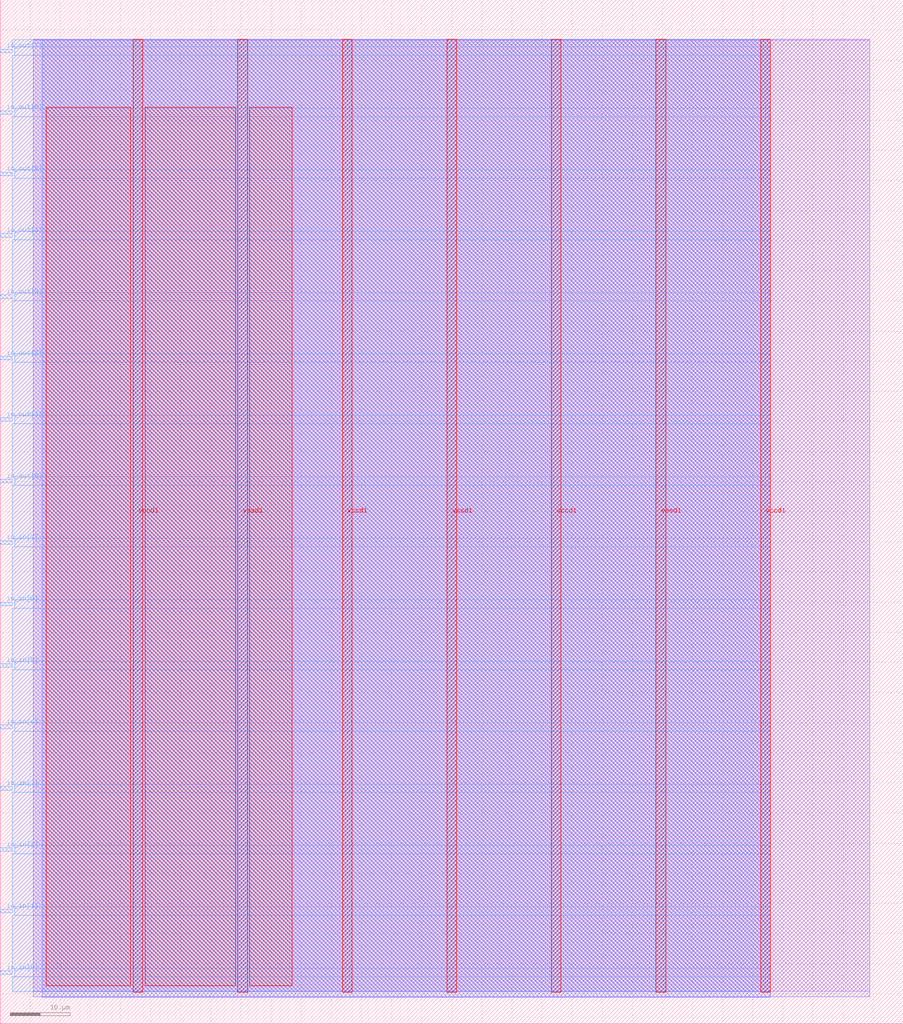
<source format=lef>
VERSION 5.7 ;
  NOWIREEXTENSIONATPIN ON ;
  DIVIDERCHAR "/" ;
  BUSBITCHARS "[]" ;
MACRO tt2_tholin_diceroll
  CLASS BLOCK ;
  FOREIGN tt2_tholin_diceroll ;
  ORIGIN 0.000 0.000 ;
  SIZE 150.000 BY 170.000 ;
  PIN io_in[0]
    DIRECTION INPUT ;
    USE SIGNAL ;
    PORT
      LAYER met3 ;
        RECT 0.000 8.200 2.000 8.800 ;
    END
  END io_in[0]
  PIN io_in[1]
    DIRECTION INPUT ;
    USE SIGNAL ;
    PORT
      LAYER met3 ;
        RECT 0.000 18.400 2.000 19.000 ;
    END
  END io_in[1]
  PIN io_in[2]
    DIRECTION INPUT ;
    USE SIGNAL ;
    PORT
      LAYER met3 ;
        RECT 0.000 28.600 2.000 29.200 ;
    END
  END io_in[2]
  PIN io_in[3]
    DIRECTION INPUT ;
    USE SIGNAL ;
    PORT
      LAYER met3 ;
        RECT 0.000 38.800 2.000 39.400 ;
    END
  END io_in[3]
  PIN io_in[4]
    DIRECTION INPUT ;
    USE SIGNAL ;
    PORT
      LAYER met3 ;
        RECT 0.000 49.000 2.000 49.600 ;
    END
  END io_in[4]
  PIN io_in[5]
    DIRECTION INPUT ;
    USE SIGNAL ;
    PORT
      LAYER met3 ;
        RECT 0.000 59.200 2.000 59.800 ;
    END
  END io_in[5]
  PIN io_in[6]
    DIRECTION INPUT ;
    USE SIGNAL ;
    PORT
      LAYER met3 ;
        RECT 0.000 69.400 2.000 70.000 ;
    END
  END io_in[6]
  PIN io_in[7]
    DIRECTION INPUT ;
    USE SIGNAL ;
    PORT
      LAYER met3 ;
        RECT 0.000 79.600 2.000 80.200 ;
    END
  END io_in[7]
  PIN io_out[0]
    DIRECTION OUTPUT TRISTATE ;
    USE SIGNAL ;
    PORT
      LAYER met3 ;
        RECT 0.000 89.800 2.000 90.400 ;
    END
  END io_out[0]
  PIN io_out[1]
    DIRECTION OUTPUT TRISTATE ;
    USE SIGNAL ;
    PORT
      LAYER met3 ;
        RECT 0.000 100.000 2.000 100.600 ;
    END
  END io_out[1]
  PIN io_out[2]
    DIRECTION OUTPUT TRISTATE ;
    USE SIGNAL ;
    PORT
      LAYER met3 ;
        RECT 0.000 110.200 2.000 110.800 ;
    END
  END io_out[2]
  PIN io_out[3]
    DIRECTION OUTPUT TRISTATE ;
    USE SIGNAL ;
    PORT
      LAYER met3 ;
        RECT 0.000 120.400 2.000 121.000 ;
    END
  END io_out[3]
  PIN io_out[4]
    DIRECTION OUTPUT TRISTATE ;
    USE SIGNAL ;
    PORT
      LAYER met3 ;
        RECT 0.000 130.600 2.000 131.200 ;
    END
  END io_out[4]
  PIN io_out[5]
    DIRECTION OUTPUT TRISTATE ;
    USE SIGNAL ;
    PORT
      LAYER met3 ;
        RECT 0.000 140.800 2.000 141.400 ;
    END
  END io_out[5]
  PIN io_out[6]
    DIRECTION OUTPUT TRISTATE ;
    USE SIGNAL ;
    PORT
      LAYER met3 ;
        RECT 0.000 151.000 2.000 151.600 ;
    END
  END io_out[6]
  PIN io_out[7]
    DIRECTION OUTPUT TRISTATE ;
    USE SIGNAL ;
    PORT
      LAYER met3 ;
        RECT 0.000 161.200 2.000 161.800 ;
    END
  END io_out[7]
  PIN vccd1
    DIRECTION INOUT ;
    USE POWER ;
    PORT
      LAYER met4 ;
        RECT 22.090 5.200 23.690 163.440 ;
    END
    PORT
      LAYER met4 ;
        RECT 56.830 5.200 58.430 163.440 ;
    END
    PORT
      LAYER met4 ;
        RECT 91.570 5.200 93.170 163.440 ;
    END
    PORT
      LAYER met4 ;
        RECT 126.310 5.200 127.910 163.440 ;
    END
  END vccd1
  PIN vssd1
    DIRECTION INOUT ;
    USE GROUND ;
    PORT
      LAYER met4 ;
        RECT 39.460 5.200 41.060 163.440 ;
    END
    PORT
      LAYER met4 ;
        RECT 74.200 5.200 75.800 163.440 ;
    END
    PORT
      LAYER met4 ;
        RECT 108.940 5.200 110.540 163.440 ;
    END
  END vssd1
  OBS
      LAYER li1 ;
        RECT 5.520 5.355 144.440 163.285 ;
      LAYER met1 ;
        RECT 5.520 4.460 144.440 163.440 ;
      LAYER met2 ;
        RECT 6.990 4.430 127.880 163.385 ;
      LAYER met3 ;
        RECT 2.000 162.200 127.900 163.365 ;
        RECT 2.400 160.800 127.900 162.200 ;
        RECT 2.000 152.000 127.900 160.800 ;
        RECT 2.400 150.600 127.900 152.000 ;
        RECT 2.000 141.800 127.900 150.600 ;
        RECT 2.400 140.400 127.900 141.800 ;
        RECT 2.000 131.600 127.900 140.400 ;
        RECT 2.400 130.200 127.900 131.600 ;
        RECT 2.000 121.400 127.900 130.200 ;
        RECT 2.400 120.000 127.900 121.400 ;
        RECT 2.000 111.200 127.900 120.000 ;
        RECT 2.400 109.800 127.900 111.200 ;
        RECT 2.000 101.000 127.900 109.800 ;
        RECT 2.400 99.600 127.900 101.000 ;
        RECT 2.000 90.800 127.900 99.600 ;
        RECT 2.400 89.400 127.900 90.800 ;
        RECT 2.000 80.600 127.900 89.400 ;
        RECT 2.400 79.200 127.900 80.600 ;
        RECT 2.000 70.400 127.900 79.200 ;
        RECT 2.400 69.000 127.900 70.400 ;
        RECT 2.000 60.200 127.900 69.000 ;
        RECT 2.400 58.800 127.900 60.200 ;
        RECT 2.000 50.000 127.900 58.800 ;
        RECT 2.400 48.600 127.900 50.000 ;
        RECT 2.000 39.800 127.900 48.600 ;
        RECT 2.400 38.400 127.900 39.800 ;
        RECT 2.000 29.600 127.900 38.400 ;
        RECT 2.400 28.200 127.900 29.600 ;
        RECT 2.000 19.400 127.900 28.200 ;
        RECT 2.400 18.000 127.900 19.400 ;
        RECT 2.000 9.200 127.900 18.000 ;
        RECT 2.400 7.800 127.900 9.200 ;
        RECT 2.000 5.275 127.900 7.800 ;
      LAYER met4 ;
        RECT 7.655 6.295 21.690 152.145 ;
        RECT 24.090 6.295 39.060 152.145 ;
        RECT 41.460 6.295 48.465 152.145 ;
  END
END tt2_tholin_diceroll
END LIBRARY


</source>
